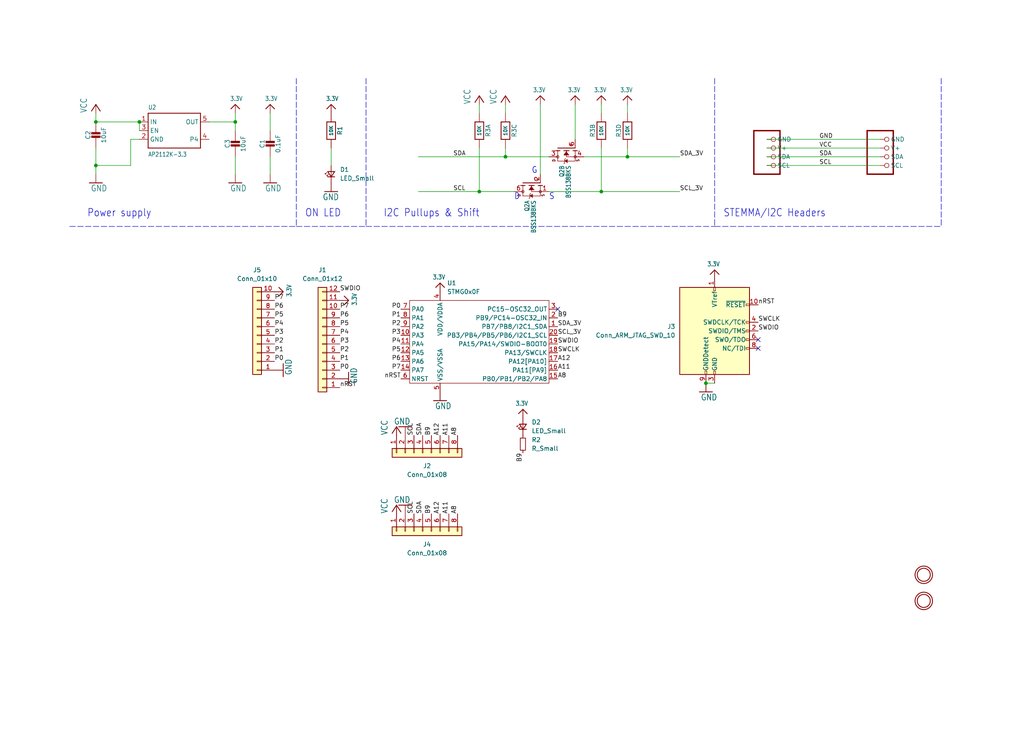
<source format=kicad_sch>
(kicad_sch (version 20211123) (generator eeschema)
  (paper "User" 298.45 217.881)
  (lib_symbols
    (symbol "Adafruit BH1750-eagle-import:3.3V" (power)
      (property "Value" "3.3V" (at -1.524 1.016 0))
      (symbol "3.3V_1_0"
        (polyline (pts (xy -1.27 -1.27) (xy 0 0)) (stroke (width 0.254)))
        (polyline (pts (xy 0 0) (xy 1.27 -1.27)) (stroke (width 0.254)))
        (pin power_in line (at 0 -2.54 90) (length 2.54) (name "3.3V") (number "1"))
      )
    )
    (symbol "Adafruit BH1750-eagle-import:CAP_CERAMIC0603_NO"
      (property "Reference" "C" (at -2.29 1.25 90))
      (property "Value" "CAP_CERAMIC0603_NO" (at 2.3 1.25 90))
      (symbol "CAP_CERAMIC0603_NO_1_0"
        (rectangle (start -1.27 0.508) (end 1.27 1.016) (fill (type outline)))
        (rectangle (start -1.27 1.524) (end 1.27 2.032) (fill (type outline)))
        (polyline (pts (xy 0 0.762) (xy 0 0)) (stroke (width 0.1524)))
        (polyline (pts (xy 0 2.54) (xy 0 1.778)) (stroke (width 0.1524)))
        (pin passive line (at 0 5.08 270) (length 2.54) (name "1") (number "1"))
        (pin passive line (at 0 -2.54 90) (length 2.54) (name "2") (number "2"))
      )
    )
    (symbol "Adafruit BH1750-eagle-import:CAP_CERAMIC0805-NOOUTLINE"
      (property "Reference" "C" (at -2.29 1.25 90))
      (property "Value" "CAP_CERAMIC0805-NOOUTLINE" (at 2.3 1.25 90))
      (symbol "CAP_CERAMIC0805-NOOUTLINE_1_0"
        (rectangle (start -1.27 0.508) (end 1.27 1.016) (fill (type outline)))
        (rectangle (start -1.27 1.524) (end 1.27 2.032) (fill (type outline)))
        (polyline (pts (xy 0 0.762) (xy 0 0)) (stroke (width 0.1524)))
        (polyline (pts (xy 0 2.54) (xy 0 1.778)) (stroke (width 0.1524)))
        (pin passive line (at 0 5.08 270) (length 2.54) (name "1") (number "1"))
        (pin passive line (at 0 -2.54 90) (length 2.54) (name "2") (number "2"))
      )
    )
    (symbol "Adafruit BH1750-eagle-import:GND" (power)
      (property "Value" "GND" (at -2.54 -2.54 0))
      (symbol "GND_1_0"
        (polyline (pts (xy -1.905 0) (xy 1.905 0)) (stroke (width 0.254)))
        (pin power_in line (at 0 2.54 270) (length 2.54) (name "GND") (number "1"))
      )
    )
    (symbol "Adafruit BH1750-eagle-import:MOSFET-N_DUAL"
      (property "Reference" "Q" (at 5.08 0.635 0))
      (property "Value" "MOSFET-N_DUAL" (at 5.08 -1.27 0))
      (symbol "MOSFET-N_DUAL_1_0"
        (polyline (pts (xy 0 2.54) (xy 0 -2.54)) (stroke (width 0.254)))
        (polyline (pts (xy 0.762 -2.54) (xy 0.762 -3.175)) (stroke (width 0.254)))
        (polyline (pts (xy 0.762 -1.905) (xy 0.762 -2.54)) (stroke (width 0.254)))
        (polyline (pts (xy 0.762 0) (xy 0.762 -0.762)) (stroke (width 0.254)))
        (polyline (pts (xy 0.762 0) (xy 2.54 0)) (stroke (width 0.1524)))
        (polyline (pts (xy 0.762 0.762) (xy 0.762 0)) (stroke (width 0.254)))
        (polyline (pts (xy 0.762 2.54) (xy 0.762 1.905)) (stroke (width 0.254)))
        (polyline (pts (xy 0.762 2.54) (xy 3.81 2.54)) (stroke (width 0.1524)))
        (polyline (pts (xy 0.762 3.175) (xy 0.762 2.54)) (stroke (width 0.254)))
        (polyline (pts (xy 2.54 -2.54) (xy 0.762 -2.54)) (stroke (width 0.1524)))
        (polyline (pts (xy 2.54 -2.54) (xy 3.81 -2.54)) (stroke (width 0.1524)))
        (polyline (pts (xy 2.54 0) (xy 2.54 -2.54)) (stroke (width 0.1524)))
        (polyline (pts (xy 3.302 0.508) (xy 3.048 0.254)) (stroke (width 0.1524)))
        (polyline (pts (xy 3.81 0.508) (xy 3.302 0.508)) (stroke (width 0.1524)))
        (polyline (pts (xy 3.81 0.508) (xy 3.81 -2.54)) (stroke (width 0.1524)))
        (polyline (pts (xy 3.81 2.54) (xy 3.81 0.508)) (stroke (width 0.1524)))
        (polyline (pts (xy 4.318 0.508) (xy 3.81 0.508)) (stroke (width 0.1524)))
        (polyline (pts (xy 4.572 0.762) (xy 4.318 0.508)) (stroke (width 0.1524)))
        (polyline (pts (xy 1.016 0) (xy 2.032 0.762) (xy 2.032 -0.762)) (fill (type outline)))
        (polyline (pts (xy 3.81 0.508) (xy 3.302 -0.254) (xy 4.318 -0.254)) (fill (type outline)))
        (circle (center 2.54 -2.54) (radius 0.3592))
        (circle (center 2.54 2.54) (radius 0.3592))
        (text "D" (at 3.175 3.175 0) (effects (font (size 0.8128 0.6908)) (justify left bottom)))
        (text "G" (at -1.27 -1.905 0) (effects (font (size 0.8128 0.6908)) (justify left bottom)))
        (text "S" (at 3.175 -3.81 0) (effects (font (size 0.8128 0.6908)) (justify left bottom)))
        (pin bidirectional line (at 2.54 -5.08 90) (length 2.54) (name "S") (number "1"))
        (pin bidirectional line (at -2.54 -2.54 0) (length 2.54) (name "G") (number "2"))
        (pin bidirectional line (at 2.54 5.08 270) (length 2.54) (name "D") (number "6"))
      )
      (symbol "MOSFET-N_DUAL_2_0"
        (polyline (pts (xy 0 2.54) (xy 0 -2.54)) (stroke (width 0.254)))
        (polyline (pts (xy 0.762 -2.54) (xy 0.762 -3.175)) (stroke (width 0.254)))
        (polyline (pts (xy 0.762 -1.905) (xy 0.762 -2.54)) (stroke (width 0.254)))
        (polyline (pts (xy 0.762 0) (xy 0.762 -0.762)) (stroke (width 0.254)))
        (polyline (pts (xy 0.762 0) (xy 2.54 0)) (stroke (width 0.1524)))
        (polyline (pts (xy 0.762 0.762) (xy 0.762 0)) (stroke (width 0.254)))
        (polyline (pts (xy 0.762 2.54) (xy 0.762 1.905)) (stroke (width 0.254)))
        (polyline (pts (xy 0.762 2.54) (xy 3.81 2.54)) (stroke (width 0.1524)))
        (polyline (pts (xy 0.762 3.175) (xy 0.762 2.54)) (stroke (width 0.254)))
        (polyline (pts (xy 2.54 -2.54) (xy 0.762 -2.54)) (stroke (width 0.1524)))
        (polyline (pts (xy 2.54 -2.54) (xy 3.81 -2.54)) (stroke (width 0.1524)))
        (polyline (pts (xy 2.54 0) (xy 2.54 -2.54)) (stroke (width 0.1524)))
        (polyline (pts (xy 3.302 0.508) (xy 3.048 0.254)) (stroke (width 0.1524)))
        (polyline (pts (xy 3.81 0.508) (xy 3.302 0.508)) (stroke (width 0.1524)))
        (polyline (pts (xy 3.81 0.508) (xy 3.81 -2.54)) (stroke (width 0.1524)))
        (polyline (pts (xy 3.81 2.54) (xy 3.81 0.508)) (stroke (width 0.1524)))
        (polyline (pts (xy 4.318 0.508) (xy 3.81 0.508)) (stroke (width 0.1524)))
        (polyline (pts (xy 4.572 0.762) (xy 4.318 0.508)) (stroke (width 0.1524)))
        (polyline (pts (xy 1.016 0) (xy 2.032 0.762) (xy 2.032 -0.762)) (fill (type outline)))
        (polyline (pts (xy 3.81 0.508) (xy 3.302 -0.254) (xy 4.318 -0.254)) (fill (type outline)))
        (circle (center 2.54 -2.54) (radius 0.3592))
        (circle (center 2.54 2.54) (radius 0.3592))
        (text "D" (at 3.175 3.175 0) (effects (font (size 0.8128 0.6908)) (justify left bottom)))
        (text "G" (at -1.27 -1.905 0) (effects (font (size 0.8128 0.6908)) (justify left bottom)))
        (text "S" (at 3.175 -3.81 0) (effects (font (size 0.8128 0.6908)) (justify left bottom)))
        (pin bidirectional line (at 2.54 5.08 270) (length 2.54) (name "D") (number "3"))
        (pin bidirectional line (at 2.54 -5.08 90) (length 2.54) (name "S") (number "4"))
        (pin bidirectional line (at -2.54 -2.54 0) (length 2.54) (name "G") (number "5"))
      )
    )
    (symbol "Adafruit BH1750-eagle-import:MOUNTINGHOLE2.5"
      (symbol "MOUNTINGHOLE2.5_1_0"
        (circle (center 0 0) (radius 1.905) (stroke (width 0.254)))
        (circle (center 0 0) (radius 2.54) (stroke (width 0.254)))
      )
    )
    (symbol "Adafruit BH1750-eagle-import:RESISTOR_0603_NOOUT"
      (property "Reference" "R" (at 0 2.54 0))
      (property "Value" "RESISTOR_0603_NOOUT" (at 0 0 0))
      (symbol "RESISTOR_0603_NOOUT_1_0"
        (polyline (pts (xy -2.54 -1.27) (xy -2.54 1.27)) (stroke (width 0.254)))
        (polyline (pts (xy -2.54 1.27) (xy 2.54 1.27)) (stroke (width 0.254)))
        (polyline (pts (xy 2.54 -1.27) (xy -2.54 -1.27)) (stroke (width 0.254)))
        (polyline (pts (xy 2.54 1.27) (xy 2.54 -1.27)) (stroke (width 0.254)))
        (pin passive line (at -5.08 0 0) (length 2.54) (name "1") (number "1"))
        (pin passive line (at 5.08 0 180) (length 2.54) (name "2") (number "2"))
      )
    )
    (symbol "Adafruit BH1750-eagle-import:RESISTOR_4PACK"
      (property "Reference" "R" (at 0 2.54 0))
      (property "Value" "RESISTOR_4PACK" (at 0 0 0))
      (symbol "RESISTOR_4PACK_1_0"
        (polyline (pts (xy -2.54 -1.27) (xy -2.54 1.27)) (stroke (width 0.254)))
        (polyline (pts (xy -2.54 1.27) (xy 2.54 1.27)) (stroke (width 0.254)))
        (polyline (pts (xy 2.54 -1.27) (xy -2.54 -1.27)) (stroke (width 0.254)))
        (polyline (pts (xy 2.54 1.27) (xy 2.54 -1.27)) (stroke (width 0.254)))
        (pin passive line (at -5.08 0 0) (length 2.54) (name "1") (number "1"))
        (pin passive line (at 5.08 0 180) (length 2.54) (name "2") (number "8"))
      )
      (symbol "RESISTOR_4PACK_2_0"
        (polyline (pts (xy -2.54 -1.27) (xy -2.54 1.27)) (stroke (width 0.254)))
        (polyline (pts (xy -2.54 1.27) (xy 2.54 1.27)) (stroke (width 0.254)))
        (polyline (pts (xy 2.54 -1.27) (xy -2.54 -1.27)) (stroke (width 0.254)))
        (polyline (pts (xy 2.54 1.27) (xy 2.54 -1.27)) (stroke (width 0.254)))
        (pin passive line (at -5.08 0 0) (length 2.54) (name "1") (number "2"))
        (pin passive line (at 5.08 0 180) (length 2.54) (name "2") (number "7"))
      )
      (symbol "RESISTOR_4PACK_3_0"
        (polyline (pts (xy -2.54 -1.27) (xy -2.54 1.27)) (stroke (width 0.254)))
        (polyline (pts (xy -2.54 1.27) (xy 2.54 1.27)) (stroke (width 0.254)))
        (polyline (pts (xy 2.54 -1.27) (xy -2.54 -1.27)) (stroke (width 0.254)))
        (polyline (pts (xy 2.54 1.27) (xy 2.54 -1.27)) (stroke (width 0.254)))
        (pin passive line (at -5.08 0 0) (length 2.54) (name "1") (number "3"))
        (pin passive line (at 5.08 0 180) (length 2.54) (name "2") (number "6"))
      )
      (symbol "RESISTOR_4PACK_4_0"
        (polyline (pts (xy -2.54 -1.27) (xy -2.54 1.27)) (stroke (width 0.254)))
        (polyline (pts (xy -2.54 1.27) (xy 2.54 1.27)) (stroke (width 0.254)))
        (polyline (pts (xy 2.54 -1.27) (xy -2.54 -1.27)) (stroke (width 0.254)))
        (polyline (pts (xy 2.54 1.27) (xy 2.54 -1.27)) (stroke (width 0.254)))
        (pin passive line (at -5.08 0 0) (length 2.54) (name "1") (number "4"))
        (pin passive line (at 5.08 0 180) (length 2.54) (name "2") (number "5"))
      )
    )
    (symbol "Adafruit BH1750-eagle-import:STEMMA_I2C_QT"
      (symbol "STEMMA_I2C_QT_1_0"
        (polyline (pts (xy -3.81 -5.08) (xy 3.81 -5.08)) (stroke (width 0.4064)))
        (polyline (pts (xy -3.81 7.62) (xy -3.81 -5.08)) (stroke (width 0.4064)))
        (polyline (pts (xy 3.81 -5.08) (xy 3.81 7.62)) (stroke (width 0.4064)))
        (polyline (pts (xy 3.81 7.62) (xy -3.81 7.62)) (stroke (width 0.4064)))
        (pin passive inverted (at 0 5.08 0) (length 2.54) (name "GND") (number "1"))
        (pin passive inverted (at 0 2.54 0) (length 2.54) (name "V+") (number "2"))
        (pin passive inverted (at 0 0 0) (length 2.54) (name "SDA") (number "3"))
        (pin passive inverted (at 0 -2.54 0) (length 2.54) (name "SCL") (number "4"))
      )
      (symbol "STEMMA_I2C_QT_2_0"
        (pin bidirectional line (at 0 0 0) (length 5.08) (name "MT") (number "MT1"))
      )
      (symbol "STEMMA_I2C_QT_3_0"
        (pin bidirectional line (at 0 0 0) (length 5.08) (name "MT") (number "MT2"))
      )
    )
    (symbol "Adafruit BH1750-eagle-import:VCC" (power)
      (property "Value" "VCC" (at -2.54 -2.54 90))
      (symbol "VCC_1_0"
        (polyline (pts (xy 0 0) (xy -1.27 -1.905)) (stroke (width 0.254)))
        (polyline (pts (xy 1.27 -1.905) (xy 0 0)) (stroke (width 0.254)))
        (pin power_in line (at 0 -2.54 90) (length 2.54) (name "VCC") (number "1"))
      )
    )
    (symbol "Adafruit BH1750-eagle-import:VREG_SOT23-5"
      (property "Reference" "U" (at -7.62 6.096 0))
      (property "Value" "VREG_SOT23-5" (at -7.62 -7.62 0))
      (symbol "VREG_SOT23-5_1_0"
        (polyline (pts (xy -7.62 -5.08) (xy -7.62 5.08)) (stroke (width 0.254)))
        (polyline (pts (xy -7.62 5.08) (xy 7.62 5.08)) (stroke (width 0.254)))
        (polyline (pts (xy 7.62 -5.08) (xy -7.62 -5.08)) (stroke (width 0.254)))
        (polyline (pts (xy 7.62 5.08) (xy 7.62 -5.08)) (stroke (width 0.254)))
        (pin power_in line (at -10.16 2.54 0) (length 2.54) (name "IN") (number "1"))
        (pin power_in line (at -10.16 -2.54 0) (length 2.54) (name "GND") (number "2"))
        (pin input line (at -10.16 0 0) (length 2.54) (name "EN") (number "3"))
        (pin bidirectional line (at 10.16 -2.54 180) (length 2.54) (name "P4") (number "4"))
        (pin power_in line (at 10.16 2.54 180) (length 2.54) (name "OUT") (number "5"))
      )
    )
    (symbol "Connector:Conn_ARM_JTAG_SWD_10" (pin_names (offset 1.016))
      (property "Reference" "J" (at -2.54 16.51 0))
      (property "Value" "Conn_ARM_JTAG_SWD_10" (at -2.54 13.97 0))
      (symbol "Conn_ARM_JTAG_SWD_10_0_1"
        (rectangle (start -10.16 12.7) (end 10.16 -12.7) (stroke (width 0.254)) (fill (type background)))
        (rectangle (start -2.794 -12.7) (end -2.286 -11.684))
        (rectangle (start -0.254 -12.7) (end 0.254 -11.684))
        (rectangle (start -0.254 12.7) (end 0.254 11.684))
        (rectangle (start 9.144 2.286) (end 10.16 2.794))
        (rectangle (start 10.16 -2.794) (end 9.144 -2.286))
        (rectangle (start 10.16 -0.254) (end 9.144 0.254))
        (rectangle (start 10.16 7.874) (end 9.144 7.366))
      )
      (symbol "Conn_ARM_JTAG_SWD_10_1_1"
        (rectangle (start 9.144 -5.334) (end 10.16 -4.826))
        (pin power_in line (at 0 15.24 270) (length 2.54) (name "VTref") (number "1"))
        (pin open_collector line (at 12.7 7.62 180) (length 2.54) (name "~{RESET}") (number "10"))
        (pin bidirectional line (at 12.7 0 180) (length 2.54) (name "SWDIO/TMS") (number "2"))
        (pin power_in line (at 0 -15.24 90) (length 2.54) (name "GND") (number "3"))
        (pin output line (at 12.7 2.54 180) (length 2.54) (name "SWDCLK/TCK") (number "4"))
        (pin passive line (at 0 -15.24 90) (length 2.54) hide (name "GND") (number "5"))
        (pin input line (at 12.7 -2.54 180) (length 2.54) (name "SWO/TDO") (number "6"))
        (pin no_connect line (at -10.16 0 0) (length 2.54) hide (name "KEY") (number "7"))
        (pin output line (at 12.7 -5.08 180) (length 2.54) (name "NC/TDI") (number "8"))
        (pin passive line (at -2.54 -15.24 90) (length 2.54) (name "GNDDetect") (number "9"))
      )
    )
    (symbol "Connector_Generic:Conn_01x08" (pin_names (offset 1.016) hide)
      (property "Reference" "J" (at 0 10.16 0))
      (property "Value" "Conn_01x08" (at 0 -12.7 0))
      (symbol "Conn_01x08_1_1"
        (rectangle (start -1.27 -10.033) (end 0 -10.287) (stroke (width 0.1524)))
        (rectangle (start -1.27 -7.493) (end 0 -7.747) (stroke (width 0.1524)))
        (rectangle (start -1.27 -4.953) (end 0 -5.207) (stroke (width 0.1524)))
        (rectangle (start -1.27 -2.413) (end 0 -2.667) (stroke (width 0.1524)))
        (rectangle (start -1.27 0.127) (end 0 -0.127) (stroke (width 0.1524)))
        (rectangle (start -1.27 2.667) (end 0 2.413) (stroke (width 0.1524)))
        (rectangle (start -1.27 5.207) (end 0 4.953) (stroke (width 0.1524)))
        (rectangle (start -1.27 7.747) (end 0 7.493) (stroke (width 0.1524)))
        (rectangle (start -1.27 8.89) (end 1.27 -11.43) (stroke (width 0.254)) (fill (type background)))
        (pin passive line (at -5.08 7.62 0) (length 3.81) (name "Pin_1") (number "1"))
        (pin passive line (at -5.08 5.08 0) (length 3.81) (name "Pin_2") (number "2"))
        (pin passive line (at -5.08 2.54 0) (length 3.81) (name "Pin_3") (number "3"))
        (pin passive line (at -5.08 0 0) (length 3.81) (name "Pin_4") (number "4"))
        (pin passive line (at -5.08 -2.54 0) (length 3.81) (name "Pin_5") (number "5"))
        (pin passive line (at -5.08 -5.08 0) (length 3.81) (name "Pin_6") (number "6"))
        (pin passive line (at -5.08 -7.62 0) (length 3.81) (name "Pin_7") (number "7"))
        (pin passive line (at -5.08 -10.16 0) (length 3.81) (name "Pin_8") (number "8"))
      )
    )
    (symbol "Connector_Generic:Conn_01x10" (pin_names (offset 1.016) hide)
      (property "Reference" "J" (at 0 12.7 0))
      (property "Value" "Conn_01x10" (at 0 -15.24 0))
      (symbol "Conn_01x10_1_1"
        (rectangle (start -1.27 -12.573) (end 0 -12.827) (stroke (width 0.1524)))
        (rectangle (start -1.27 -10.033) (end 0 -10.287) (stroke (width 0.1524)))
        (rectangle (start -1.27 -7.493) (end 0 -7.747) (stroke (width 0.1524)))
        (rectangle (start -1.27 -4.953) (end 0 -5.207) (stroke (width 0.1524)))
        (rectangle (start -1.27 -2.413) (end 0 -2.667) (stroke (width 0.1524)))
        (rectangle (start -1.27 0.127) (end 0 -0.127) (stroke (width 0.1524)))
        (rectangle (start -1.27 2.667) (end 0 2.413) (stroke (width 0.1524)))
        (rectangle (start -1.27 5.207) (end 0 4.953) (stroke (width 0.1524)))
        (rectangle (start -1.27 7.747) (end 0 7.493) (stroke (width 0.1524)))
        (rectangle (start -1.27 10.287) (end 0 10.033) (stroke (width 0.1524)))
        (rectangle (start -1.27 11.43) (end 1.27 -13.97) (stroke (width 0.254)) (fill (type background)))
        (pin passive line (at -5.08 10.16 0) (length 3.81) (name "Pin_1") (number "1"))
        (pin passive line (at -5.08 -12.7 0) (length 3.81) (name "Pin_10") (number "10"))
        (pin passive line (at -5.08 7.62 0) (length 3.81) (name "Pin_2") (number "2"))
        (pin passive line (at -5.08 5.08 0) (length 3.81) (name "Pin_3") (number "3"))
        (pin passive line (at -5.08 2.54 0) (length 3.81) (name "Pin_4") (number "4"))
        (pin passive line (at -5.08 0 0) (length 3.81) (name "Pin_5") (number "5"))
        (pin passive line (at -5.08 -2.54 0) (length 3.81) (name "Pin_6") (number "6"))
        (pin passive line (at -5.08 -5.08 0) (length 3.81) (name "Pin_7") (number "7"))
        (pin passive line (at -5.08 -7.62 0) (length 3.81) (name "Pin_8") (number "8"))
        (pin passive line (at -5.08 -10.16 0) (length 3.81) (name "Pin_9") (number "9"))
      )
    )
    (symbol "Connector_Generic:Conn_01x12" (pin_names (offset 1.016) hide)
      (property "Reference" "J" (at 0 15.24 0))
      (property "Value" "Conn_01x12" (at 0 -17.78 0))
      (symbol "Conn_01x12_1_1"
        (rectangle (start -1.27 -15.113) (end 0 -15.367) (stroke (width 0.1524)))
        (rectangle (start -1.27 -12.573) (end 0 -12.827) (stroke (width 0.1524)))
        (rectangle (start -1.27 -10.033) (end 0 -10.287) (stroke (width 0.1524)))
        (rectangle (start -1.27 -7.493) (end 0 -7.747) (stroke (width 0.1524)))
        (rectangle (start -1.27 -4.953) (end 0 -5.207) (stroke (width 0.1524)))
        (rectangle (start -1.27 -2.413) (end 0 -2.667) (stroke (width 0.1524)))
        (rectangle (start -1.27 0.127) (end 0 -0.127) (stroke (width 0.1524)))
        (rectangle (start -1.27 2.667) (end 0 2.413) (stroke (width 0.1524)))
        (rectangle (start -1.27 5.207) (end 0 4.953) (stroke (width 0.1524)))
        (rectangle (start -1.27 7.747) (end 0 7.493) (stroke (width 0.1524)))
        (rectangle (start -1.27 10.287) (end 0 10.033) (stroke (width 0.1524)))
        (rectangle (start -1.27 12.827) (end 0 12.573) (stroke (width 0.1524)))
        (rectangle (start -1.27 13.97) (end 1.27 -16.51) (stroke (width 0.254)) (fill (type background)))
        (pin passive line (at -5.08 12.7 0) (length 3.81) (name "Pin_1") (number "1"))
        (pin passive line (at -5.08 -10.16 0) (length 3.81) (name "Pin_10") (number "10"))
        (pin passive line (at -5.08 -12.7 0) (length 3.81) (name "Pin_11") (number "11"))
        (pin passive line (at -5.08 -15.24 0) (length 3.81) (name "Pin_12") (number "12"))
        (pin passive line (at -5.08 10.16 0) (length 3.81) (name "Pin_2") (number "2"))
        (pin passive line (at -5.08 7.62 0) (length 3.81) (name "Pin_3") (number "3"))
        (pin passive line (at -5.08 5.08 0) (length 3.81) (name "Pin_4") (number "4"))
        (pin passive line (at -5.08 2.54 0) (length 3.81) (name "Pin_5") (number "5"))
        (pin passive line (at -5.08 0 0) (length 3.81) (name "Pin_6") (number "6"))
        (pin passive line (at -5.08 -2.54 0) (length 3.81) (name "Pin_7") (number "7"))
        (pin passive line (at -5.08 -5.08 0) (length 3.81) (name "Pin_8") (number "8"))
        (pin passive line (at -5.08 -7.62 0) (length 3.81) (name "Pin_9") (number "9"))
      )
    )
    (symbol "Device:LED_Small" (pin_numbers hide) (pin_names (offset 0.254) hide)
      (property "Reference" "D" (at -1.27 3.175 0))
      (property "Value" "LED_Small" (at -4.445 -2.54 0))
      (symbol "LED_Small_0_1"
        (polyline (pts (xy -0.762 -1.016) (xy -0.762 1.016)) (stroke (width 0.254)))
        (polyline (pts (xy 1.016 0) (xy -0.762 0)))
        (polyline (pts (xy 0.762 -1.016) (xy -0.762 0) (xy 0.762 1.016) (xy 0.762 -1.016)) (stroke (width 0.254)))
        (polyline (pts (xy 0 0.762) (xy -0.508 1.27) (xy -0.254 1.27) (xy -0.508 1.27) (xy -0.508 1.016)))
        (polyline (pts (xy 0.508 1.27) (xy 0 1.778) (xy 0.254 1.778) (xy 0 1.778) (xy 0 1.524)))
      )
      (symbol "LED_Small_1_1"
        (pin passive line (at -2.54 0 0) (length 1.778) (name "K") (number "1"))
        (pin passive line (at 2.54 0 180) (length 1.778) (name "A") (number "2"))
      )
    )
    (symbol "Device:R_Small" (pin_numbers hide) (pin_names (offset 0.254) hide)
      (property "Reference" "R" (at 0.762 0.508 0))
      (property "Value" "R_Small" (at 0.762 -1.016 0))
      (symbol "R_Small_0_1"
        (rectangle (start -0.762 1.778) (end 0.762 -1.778) (stroke (width 0.2032)))
      )
      (symbol "R_Small_1_1"
        (pin passive line (at 0 2.54 270) (length 0.762) (name "~") (number "1"))
        (pin passive line (at 0 -2.54 90) (length 0.762) (name "~") (number "2"))
      )
    )
    (symbol "STM32G0xxFx:STMG0x0F"
      (property "Reference" "U" (at -13.97 7.62 0))
      (property "Value" "STMG0x0F" (at -13.97 10.16 0))
      (symbol "STMG0x0F_0_1"
        (rectangle (start -29.21 26.67) (end 11.43 2.54))
      )
      (symbol "STMG0x0F_1_1"
        (pin bidirectional line (at 13.97 19.05 180) (length 2.54) (name "PB7/PB8/I2C1_SDA") (number "1"))
        (pin bidirectional line (at -31.75 16.51 0) (length 2.54) (name "PA3") (number "10"))
        (pin bidirectional line (at -31.75 13.97 0) (length 2.54) (name "PA4") (number "11"))
        (pin bidirectional line (at -31.75 11.43 0) (length 2.54) (name "PA5") (number "12"))
        (pin bidirectional line (at -31.75 8.89 0) (length 2.54) (name "PA6") (number "13"))
        (pin bidirectional line (at -31.75 6.35 0) (length 2.54) (name "PA7") (number "14"))
        (pin bidirectional line (at 13.97 3.81 180) (length 2.54) (name "PB0/PB1/PB2/PA8") (number "15"))
        (pin bidirectional line (at 13.97 6.35 180) (length 2.54) (name "PA11[PA9]") (number "16"))
        (pin bidirectional line (at 13.97 8.89 180) (length 2.54) (name "PA12[PA10]") (number "17"))
        (pin bidirectional line (at 13.97 11.43 180) (length 2.54) (name "PA13/SWCLK") (number "18"))
        (pin bidirectional line (at 13.97 13.97 180) (length 2.54) (name "PA15/PA14/SWDIO-BOOT0") (number "19"))
        (pin bidirectional line (at 13.97 21.59 180) (length 2.54) (name "PB9/PC14-OSC32_IN") (number "2"))
        (pin bidirectional line (at 13.97 16.51 180) (length 2.54) (name "PB3/PB4/PB5/PB6/I2C1_SCL") (number "20"))
        (pin bidirectional line (at 13.97 24.13 180) (length 2.54) (name "PC15-OSC32_OUT") (number "3"))
        (pin power_in line (at -20.32 29.21 270) (length 2.54) (name "VDD/VDDA") (number "4"))
        (pin power_in line (at -20.32 0 90) (length 2.54) (name "VSS/VSSA") (number "5"))
        (pin input line (at -31.75 3.81 0) (length 2.54) (name "NRST") (number "6"))
        (pin bidirectional line (at -31.75 24.13 0) (length 2.54) (name "PA0") (number "7"))
        (pin bidirectional line (at -31.75 21.59 0) (length 2.54) (name "PA1") (number "8"))
        (pin bidirectional line (at -31.75 19.05 0) (length 2.54) (name "PA2") (number "9"))
      )
    )
  )
  (junction (at 139.7 55.88))
  (junction (at 27.94 48.26))
  (junction (at 175.26 55.88))
  (junction (at 68.58 35.56))
  (junction (at 147.32 45.72))
  (junction (at 205.74 111.76))
  (junction (at 182.88 45.72))
  (junction (at 27.94 35.56))
  (junction (at 40.64 35.56))
  (no_connect (at 162.56 90.17))
  (no_connect (at 220.98 101.6))
  (no_connect (at 220.98 99.06))
  (wire (pts (xy 78.74 33.02) (xy 78.74 38.1)))
  (wire (pts (xy 27.94 48.26) (xy 27.94 43.18)))
  (wire (pts (xy 182.88 33.02) (xy 182.88 30.48)))
  (wire (pts (xy 68.58 35.56) (xy 68.58 38.1)))
  (wire (pts (xy 147.32 43.18) (xy 147.32 45.72)))
  (wire (pts (xy 256.54 40.64) (xy 223.52 40.64)))
  (wire (pts (xy 147.32 45.72) (xy 121.92 45.72)))
  (wire (pts (xy 38.1 48.26) (xy 27.94 48.26)))
  (wire (pts (xy 96.52 43.18) (xy 96.52 48.26)))
  (wire (pts (xy 68.58 45.72) (xy 68.58 50.8)))
  (wire (pts (xy 139.7 55.88) (xy 121.92 55.88)))
  (wire (pts (xy 223.52 48.26) (xy 256.54 48.26)))
  (wire (pts (xy 175.26 43.18) (xy 175.26 55.88)))
  (wire (pts (xy 139.7 30.48) (xy 139.7 33.02)))
  (polyline (pts (xy 208.28 66.04) (xy 274.32 66.04)))
  (wire (pts (xy 60.96 35.56) (xy 68.58 35.56)))
  (wire (pts (xy 160.02 55.88) (xy 175.26 55.88)))
  (polyline (pts (xy 106.68 66.04) (xy 208.28 66.04)))
  (wire (pts (xy 182.88 43.18) (xy 182.88 45.72)))
  (wire (pts (xy 170.18 45.72) (xy 182.88 45.72)))
  (polyline (pts (xy 86.36 22.86) (xy 86.36 66.04)))
  (polyline (pts (xy 20.32 66.04) (xy 86.36 66.04)))
  (wire (pts (xy 167.64 40.64) (xy 167.64 30.48)))
  (polyline (pts (xy 208.28 22.86) (xy 208.28 66.04)))
  (wire (pts (xy 223.52 43.18) (xy 256.54 43.18)))
  (wire (pts (xy 157.48 50.8) (xy 157.48 30.48)))
  (wire (pts (xy 139.7 43.18) (xy 139.7 55.88)))
  (wire (pts (xy 175.26 33.02) (xy 175.26 30.48)))
  (wire (pts (xy 175.26 55.88) (xy 198.12 55.88)))
  (wire (pts (xy 40.64 40.64) (xy 38.1 40.64)))
  (wire (pts (xy 256.54 45.72) (xy 223.52 45.72)))
  (wire (pts (xy 78.74 45.72) (xy 78.74 50.8)))
  (wire (pts (xy 38.1 40.64) (xy 38.1 48.26)))
  (polyline (pts (xy 274.32 22.86) (xy 274.32 66.04)))
  (polyline (pts (xy 86.36 66.04) (xy 106.68 66.04)))
  (wire (pts (xy 27.94 33.02) (xy 27.94 35.56)))
  (wire (pts (xy 147.32 33.02) (xy 147.32 30.48)))
  (wire (pts (xy 40.64 38.1) (xy 40.64 35.56)))
  (wire (pts (xy 149.86 55.88) (xy 139.7 55.88)))
  (wire (pts (xy 27.94 48.26) (xy 27.94 50.8)))
  (wire (pts (xy 205.74 111.76) (xy 208.28 111.76)))
  (wire (pts (xy 182.88 45.72) (xy 198.12 45.72)))
  (wire (pts (xy 40.64 35.56) (xy 27.94 35.56)))
  (wire (pts (xy 68.58 35.56) (xy 68.58 33.02)))
  (wire (pts (xy 160.02 45.72) (xy 147.32 45.72)))
  (polyline (pts (xy 106.68 22.86) (xy 106.68 66.04)))
  (text "ON LED" (at 88.9 63.5 180) (effects (font (size 2.1844 1.8567)) (justify left bottom)))
  (text "D" (at 149.86 58.42 180) (effects (font (size 1.778 1.5113)) (justify left bottom)))
  (text "STEMMA/I2C Headers" (at 210.82 63.5 180) (effects (font (size 2.1844 1.8567)) (justify left bottom)))
  (text "I2C Pullups & Shift" (at 111.76 63.5 180) (effects (font (size 2.1844 1.8567)) (justify left bottom)))
  (text "S" (at 160.02 58.42 180) (effects (font (size 1.778 1.5113)) (justify left bottom)))
  (text "Power supply" (at 25.4 63.5 180) (effects (font (size 2.1844 1.8567)) (justify left bottom)))
  (text "G" (at 154.94 50.8 180) (effects (font (size 1.778 1.5113)) (justify left bottom)))
  (label "SCL" (at 120.65 127 90))
  (label "SDA" (at 238.76 45.72 0) (effects (font (size 1.2446 1.2446))))
  (label "P5" (at 80.01 92.71 0))
  (label "SDA" (at 123.19 149.86 90))
  (label "SWCLK" (at 162.56 102.87 0))
  (label "nRST" (at 220.98 88.9 0))
  (label "SCL_3V" (at 198.12 55.88 0) (effects (font (size 1.2446 1.2446))))
  (label "P4" (at 99.06 97.79 0))
  (label "P7" (at 80.01 87.63 0))
  (label "nRST" (at 116.84 110.49 180))
  (label "SWDIO" (at 162.56 100.33 0))
  (label "SWDIO" (at 220.98 96.52 0))
  (label "A12" (at 162.56 105.41 0))
  (label "SWCLK" (at 220.98 93.98 0))
  (label "SCL_3V" (at 162.56 97.79 0) (effects (font (size 1.2446 1.2446))))
  (label "A11" (at 162.56 107.95 0))
  (label "P3" (at 116.84 97.79 180))
  (label "P4" (at 116.84 100.33 180))
  (label "A11" (at 130.81 127 90))
  (label "B9" (at 125.73 127 90))
  (label "A12" (at 128.27 149.86 90))
  (label "P1" (at 80.01 102.87 0))
  (label "SDA" (at 123.19 127 90))
  (label "A8" (at 133.35 149.86 90))
  (label "P3" (at 80.01 97.79 0))
  (label "P0" (at 99.06 107.95 0))
  (label "A8" (at 162.56 110.49 0))
  (label "P6" (at 116.84 105.41 180))
  (label "P0" (at 116.84 90.17 180))
  (label "SWDIO" (at 99.06 85.09 0))
  (label "A11" (at 130.81 149.86 90))
  (label "P2" (at 116.84 95.25 180))
  (label "A12" (at 128.27 127 90))
  (label "GND" (at 238.76 40.64 0) (effects (font (size 1.2446 1.2446))))
  (label "SDA_3V" (at 198.12 45.72 0) (effects (font (size 1.2446 1.2446))))
  (label "P3" (at 99.06 100.33 0))
  (label "VCC" (at 238.76 43.18 0) (effects (font (size 1.2446 1.2446))))
  (label "P2" (at 80.01 100.33 0))
  (label "P7" (at 99.06 90.17 0))
  (label "P5" (at 116.84 102.87 180))
  (label "P0" (at 80.01 105.41 0))
  (label "P7" (at 116.84 107.95 180))
  (label "P1" (at 99.06 105.41 0))
  (label "SCL" (at 120.65 149.86 90))
  (label "SCL" (at 132.08 55.88 0) (effects (font (size 1.2446 1.2446))))
  (label "B9" (at 162.56 92.71 0))
  (label "P4" (at 80.01 95.25 0))
  (label "B9" (at 125.73 149.86 90))
  (label "SCL" (at 238.76 48.26 0) (effects (font (size 1.2446 1.2446))))
  (label "P5" (at 99.06 95.25 0))
  (label "SDA_3V" (at 162.56 95.25 0) (effects (font (size 1.2446 1.2446))))
  (label "P1" (at 116.84 92.71 180))
  (label "P2" (at 99.06 102.87 0))
  (label "nRST" (at 99.06 113.03 0))
  (label "P6" (at 80.01 90.17 0))
  (label "SDA" (at 132.08 45.72 0) (effects (font (size 1.2446 1.2446))))
  (label "P6" (at 99.06 92.71 0))
  (label "A8" (at 133.35 127 90))
  (label "B9" (at 152.4 132.08 270))
  (symbol (lib_id "Adafruit BH1750-eagle-import:3.3V") (at 157.48 27.94 0) (mirror y) (unit 1)
    (property "Reference" "#U$026" (effects hide))
    (property "Value" "3.3V" (at 159.004 26.924 0) (effects (font (size 1.27 1.0795)) (justify left bottom)))
    (property "Footprint" "Adafruit BH1750:" (effects hide))
  )
  (symbol (lib_id "Connector_Generic:Conn_01x08") (at 123.19 132.08 90) (mirror x) (unit 1)
    (property "Reference" "J2" (at 124.46 135.89 90))
    (property "Value" "Conn_01x08" (at 124.46 138.43 90))
    (property "Footprint" "Connector_PinHeader_2.54mm:PinHeader_1x08_P2.54mm_Vertical" (effects hide))
  )
  (symbol (lib_id "Adafruit BH1750-eagle-import:3.3V") (at 152.4 119.38 0) (mirror y) (unit 1)
    (property "Reference" "#U$010" (effects hide))
    (property "Value" "3.3V" (at 153.924 118.364 0) (effects (font (size 1.27 1.0795)) (justify left bottom)))
    (property "Footprint" "Adafruit BH1750:" (effects hide))
  )
  (symbol (lib_id "Adafruit BH1750-eagle-import:RESISTOR_4PACK") (at 147.32 38.1 270) (unit 3)
    (property "Reference" "R3" (at 149.86 38.1 0))
    (property "Value" "10K" (at 147.32 38.1 0) (effects (font (size 1.016 1.016) bold)))
    (property "Footprint" "Resistor_SMD:R_Array_Convex_4x0603" (effects hide))
  )
  (symbol (lib_id "STM32G0xxFx:STMG0x0F") (at 148.59 114.3 0) (unit 1)
    (property "Reference" "U1" (at 130.2894 82.55 0) (effects (justify left)))
    (property "Value" "STMG0x0F" (at 130.2894 85.09 0) (effects (justify left)))
    (property "Footprint" "Package_SO:TSSOP-20_4.4x6.5mm_P0.65mm" (effects hide))
  )
  (symbol (lib_id "Adafruit BH1750-eagle-import:GND") (at 27.94 53.34 0) (unit 1)
    (property "Reference" "#U$013" (effects hide))
    (property "Value" "GND" (at 26.416 55.88 0) (effects (font (size 1.778 1.5113)) (justify left bottom)))
    (property "Footprint" "Adafruit BH1750:" (effects hide))
  )
  (symbol (lib_id "Adafruit BH1750-eagle-import:GND") (at 205.74 114.3 0) (unit 1)
    (property "Reference" "#U$011" (effects hide))
    (property "Value" "GND" (at 204.216 116.84 0) (effects (font (size 1.778 1.5113)) (justify left bottom)))
    (property "Footprint" "Adafruit BH1750:" (effects hide))
  )
  (symbol (lib_id "Adafruit BH1750-eagle-import:GND") (at 78.74 53.34 0) (unit 1)
    (property "Reference" "#U$06" (effects hide))
    (property "Value" "GND" (at 77.216 55.88 0) (effects (font (size 1.778 1.5113)) (justify left bottom)))
    (property "Footprint" "Adafruit BH1750:" (effects hide))
  )
  (symbol (lib_id "Connector:Conn_ARM_JTAG_SWD_10") (at 208.28 96.52 0) (unit 1)
    (property "Reference" "J3" (at 196.85 95.2499 0) (effects (justify right)))
    (property "Value" "Conn_ARM_JTAG_SWD_10" (at 196.85 97.7899 0) (effects (justify right)))
    (property "Footprint" "Connector_PinHeader_1.27mm:PinHeader_2x05_P1.27mm_Vertical_SMD" (effects hide))
    (property "Datasheet" "http://infocenter.arm.com/help/topic/com.arm.doc.ddi0314h/DDI0314H_coresight_components_trm.pdf" (effects hide))
  )
  (symbol (lib_id "Adafruit BH1750-eagle-import:MOUNTINGHOLE2.5") (at 269.24 167.64 0) (unit 1)
    (property "Reference" "U$19" (effects hide))
    (property "Value" "MOUNTINGHOLE2.5" (effects hide))
    (property "Footprint" "Adafruit BH1750:MOUNTINGHOLE_2.5_PLATED" (effects hide))
  )
  (symbol (lib_id "Adafruit BH1750-eagle-import:3.3V") (at 78.74 30.48 0) (unit 1)
    (property "Reference" "#U$014" (effects hide))
    (property "Value" "3.3V" (at 77.216 29.464 0) (effects (font (size 1.27 1.0795)) (justify left bottom)))
    (property "Footprint" "Adafruit BH1750:" (effects hide))
  )
  (symbol (lib_id "Adafruit BH1750-eagle-import:GND") (at 68.58 53.34 0) (unit 1)
    (property "Reference" "#U$05" (effects hide))
    (property "Value" "GND" (at 67.056 55.88 0) (effects (font (size 1.778 1.5113)) (justify left bottom)))
    (property "Footprint" "Adafruit BH1750:" (effects hide))
  )
  (symbol (lib_id "Adafruit BH1750-eagle-import:VCC") (at 115.57 147.32 0) (unit 1)
    (property "Reference" "#P+05" (effects hide))
    (property "Value" "VCC" (at 113.03 149.86 90) (effects (font (size 1.778 1.5113)) (justify left bottom)))
    (property "Footprint" "Adafruit BH1750:" (effects hide))
  )
  (symbol (lib_id "Adafruit BH1750-eagle-import:3.3V") (at 68.58 30.48 0) (unit 1)
    (property "Reference" "#U$015" (effects hide))
    (property "Value" "3.3V" (at 67.056 29.464 0) (effects (font (size 1.27 1.0795)) (justify left bottom)))
    (property "Footprint" "Adafruit BH1750:" (effects hide))
  )
  (symbol (lib_id "Adafruit BH1750-eagle-import:3.3V") (at 208.28 78.74 0) (mirror y) (unit 1)
    (property "Reference" "#U$012" (effects hide))
    (property "Value" "3.3V" (at 209.804 77.724 0) (effects (font (size 1.27 1.0795)) (justify left bottom)))
    (property "Footprint" "Adafruit BH1750:" (effects hide))
  )
  (symbol (lib_id "Adafruit BH1750-eagle-import:VCC") (at 27.94 30.48 0) (unit 1)
    (property "Reference" "#P+03" (effects hide))
    (property "Value" "VCC" (at 25.4 33.02 90) (effects (font (size 1.778 1.5113)) (justify left bottom)))
    (property "Footprint" "Adafruit BH1750:" (effects hide))
  )
  (symbol (lib_id "Adafruit BH1750-eagle-import:VREG_SOT23-5") (at 50.8 38.1 0) (unit 1)
    (property "Reference" "U2" (at 43.18 32.004 0) (effects (font (size 1.27 1.0795)) (justify left bottom)))
    (property "Value" "AP2112K-3.3" (at 43.18 45.72 0) (effects (font (size 1.27 1.0795)) (justify left bottom)))
    (property "Footprint" "Package_TO_SOT_SMD:TSOT-23-5" (effects hide))
  )
  (symbol (lib_id "Adafruit BH1750-eagle-import:GND") (at 101.6 110.49 90) (unit 1)
    (property "Reference" "#U$02" (effects hide))
    (property "Value" "GND" (at 104.14 112.014 0) (effects (font (size 1.778 1.5113)) (justify left bottom)))
    (property "Footprint" "Adafruit BH1750:" (effects hide))
  )
  (symbol (lib_id "Adafruit BH1750-eagle-import:GND") (at 118.11 147.32 180) (unit 1)
    (property "Reference" "#U$016" (effects hide))
    (property "Value" "GND" (at 119.634 144.78 0) (effects (font (size 1.778 1.5113)) (justify left bottom)))
    (property "Footprint" "Adafruit BH1750:" (effects hide))
  )
  (symbol (lib_id "Adafruit BH1750-eagle-import:MOSFET-N_DUAL") (at 154.94 53.34 90) (mirror x) (unit 1)
    (property "Reference" "Q2" (at 154.305 58.42 0) (effects (font (size 1.27 1.0795)) (justify left bottom)))
    (property "Value" "BSS138BKS" (at 156.21 58.42 0) (effects (font (size 1.27 1.0795)) (justify left bottom)))
    (property "Footprint" "Adafruit BH1750:SOT363" (effects hide))
  )
  (symbol (lib_id "Connector_Generic:Conn_01x08") (at 123.19 154.94 90) (mirror x) (unit 1)
    (property "Reference" "J4" (at 124.46 158.75 90))
    (property "Value" "Conn_01x08" (at 124.46 161.29 90))
    (property "Footprint" "Connector_PinHeader_2.54mm:PinHeader_1x08_P2.54mm_Vertical" (effects hide))
  )
  (symbol (lib_id "Adafruit BH1750-eagle-import:MOSFET-N_DUAL") (at 165.1 43.18 90) (mirror x) (unit 2)
    (property "Reference" "Q2" (at 164.465 48.26 0) (effects (font (size 1.27 1.0795)) (justify left bottom)))
    (property "Value" "BSS138BKS" (at 166.37 48.26 0) (effects (font (size 1.27 1.0795)) (justify left bottom)))
    (property "Footprint" "Adafruit BH1750:SOT363" (effects hide))
  )
  (symbol (lib_id "Connector_Generic:Conn_01x10") (at 74.93 97.79 180) (unit 1)
    (property "Reference" "J5" (at 74.93 78.74 0))
    (property "Value" "Conn_01x10" (at 74.93 81.28 0))
    (property "Footprint" "Connector_PinHeader_2.54mm:PinHeader_1x10_P2.54mm_Vertical" (effects hide))
  )
  (symbol (lib_id "Adafruit BH1750-eagle-import:VCC") (at 139.7 27.94 0) (unit 1)
    (property "Reference" "#P+01" (effects hide))
    (property "Value" "VCC" (at 137.16 30.48 90) (effects (font (size 1.778 1.5113)) (justify left bottom)))
    (property "Footprint" "Adafruit BH1750:" (effects hide))
  )
  (symbol (lib_id "Adafruit BH1750-eagle-import:MOUNTINGHOLE2.5") (at 269.24 175.26 0) (unit 1)
    (property "Reference" "U$21" (effects hide))
    (property "Value" "MOUNTINGHOLE2.5" (effects hide))
    (property "Footprint" "Adafruit BH1750:MOUNTINGHOLE_2.5_PLATED" (effects hide))
  )
  (symbol (lib_id "Adafruit BH1750-eagle-import:3.3V") (at 182.88 27.94 0) (mirror y) (unit 1)
    (property "Reference" "#U$07" (effects hide))
    (property "Value" "3.3V" (at 184.404 26.924 0) (effects (font (size 1.27 1.0795)) (justify left bottom)))
    (property "Footprint" "Adafruit BH1750:" (effects hide))
  )
  (symbol (lib_id "Adafruit BH1750-eagle-import:CAP_CERAMIC0805-NOOUTLINE") (at 27.94 40.64 0) (unit 1)
    (property "Reference" "C2" (at 25.65 39.39 90))
    (property "Value" "10uF" (at 30.24 39.39 90))
    (property "Footprint" "Adafruit BH1750:0805-NO" (effects hide))
  )
  (symbol (lib_id "Adafruit BH1750-eagle-import:3.3V") (at 128.27 82.55 0) (mirror y) (unit 1)
    (property "Reference" "#U$04" (effects hide))
    (property "Value" "3.3V" (at 129.794 81.534 0) (effects (font (size 1.27 1.0795)) (justify left bottom)))
    (property "Footprint" "Adafruit BH1750:" (effects hide))
  )
  (symbol (lib_id "Device:LED_Small") (at 152.4 124.46 90) (unit 1)
    (property "Reference" "D2" (at 154.94 123.1264 90) (effects (justify right)))
    (property "Value" "LED_Small" (at 154.94 125.6664 90) (effects (justify right)))
    (property "Footprint" "LED_SMD:LED_0603_1608Metric" (effects hide))
  )
  (symbol (lib_id "Adafruit BH1750-eagle-import:3.3V") (at 96.52 30.48 0) (unit 1)
    (property "Reference" "#U$03" (effects hide))
    (property "Value" "3.3V" (at 94.996 29.464 0) (effects (font (size 1.27 1.0795)) (justify left bottom)))
    (property "Footprint" "Adafruit BH1750:" (effects hide))
  )
  (symbol (lib_id "Device:R_Small") (at 152.4 129.54 0) (unit 1)
    (property "Reference" "R2" (at 154.94 128.2699 0) (effects (justify left)))
    (property "Value" "R_Small" (at 154.94 130.8099 0) (effects (justify left)))
    (property "Footprint" "Resistor_SMD:R_0603_1608Metric" (effects hide))
  )
  (symbol (lib_id "Adafruit BH1750-eagle-import:VCC") (at 115.57 124.46 0) (unit 1)
    (property "Reference" "#P+04" (effects hide))
    (property "Value" "VCC" (at 113.03 127 90) (effects (font (size 1.778 1.5113)) (justify left bottom)))
    (property "Footprint" "Adafruit BH1750:" (effects hide))
  )
  (symbol (lib_id "Adafruit BH1750-eagle-import:3.3V") (at 101.6 87.63 270) (mirror x) (unit 1)
    (property "Reference" "#U$01" (effects hide))
    (property "Value" "3.3V" (at 102.616 89.154 0) (effects (font (size 1.27 1.0795)) (justify left bottom)))
    (property "Footprint" "Adafruit BH1750:" (effects hide))
  )
  (symbol (lib_id "Adafruit BH1750-eagle-import:CAP_CERAMIC0805-NOOUTLINE") (at 68.58 43.18 0) (unit 1)
    (property "Reference" "C3" (at 66.29 41.93 90))
    (property "Value" "10uF" (at 70.88 41.93 90))
    (property "Footprint" "Adafruit BH1750:0805-NO" (effects hide))
  )
  (symbol (lib_id "Adafruit BH1750-eagle-import:VCC") (at 147.32 27.94 0) (unit 1)
    (property "Reference" "#P+02" (effects hide))
    (property "Value" "VCC" (at 144.78 30.48 90) (effects (font (size 1.778 1.5113)) (justify left bottom)))
    (property "Footprint" "Adafruit BH1750:" (effects hide))
  )
  (symbol (lib_id "Adafruit BH1750-eagle-import:3.3V") (at 82.55 85.09 270) (mirror x) (unit 1)
    (property "Reference" "#U$0101" (effects hide))
    (property "Value" "3.3V" (at 83.566 86.614 0) (effects (font (size 1.27 1.0795)) (justify left bottom)))
    (property "Footprint" "Adafruit BH1750:" (effects hide))
  )
  (symbol (lib_id "Adafruit BH1750-eagle-import:GND") (at 128.27 116.84 0) (unit 1)
    (property "Reference" "#U$08" (effects hide))
    (property "Value" "GND" (at 126.746 119.38 0) (effects (font (size 1.778 1.5113)) (justify left bottom)))
    (property "Footprint" "Adafruit BH1750:" (effects hide))
  )
  (symbol (lib_id "Adafruit BH1750-eagle-import:3.3V") (at 175.26 27.94 0) (mirror y) (unit 1)
    (property "Reference" "#U$024" (effects hide))
    (property "Value" "3.3V" (at 176.784 26.924 0) (effects (font (size 1.27 1.0795)) (justify left bottom)))
    (property "Footprint" "Adafruit BH1750:" (effects hide))
  )
  (symbol (lib_id "Connector_Generic:Conn_01x12") (at 93.98 100.33 180) (unit 1)
    (property "Reference" "J1" (at 93.98 78.74 0))
    (property "Value" "Conn_01x12" (at 93.98 81.28 0))
    (property "Footprint" "Connector_PinHeader_2.54mm:PinHeader_1x12_P2.54mm_Vertical" (effects hide))
  )
  (symbol (lib_id "Adafruit BH1750-eagle-import:RESISTOR_4PACK") (at 175.26 38.1 90) (mirror x) (unit 2)
    (property "Reference" "R3" (at 172.72 38.1 0))
    (property "Value" "10K" (at 175.26 38.1 0) (effects (font (size 1.016 1.016) bold)))
    (property "Footprint" "Resistor_SMD:R_Array_Convex_4x0603" (effects hide))
  )
  (symbol (lib_id "Adafruit BH1750-eagle-import:RESISTOR_4PACK") (at 182.88 38.1 90) (mirror x) (unit 4)
    (property "Reference" "R3" (at 180.34 38.1 0))
    (property "Value" "10K" (at 182.88 38.1 0) (effects (font (size 1.016 1.016) bold)))
    (property "Footprint" "Resistor_SMD:R_Array_Convex_4x0603" (effects hide))
  )
  (symbol (lib_id "Adafruit BH1750-eagle-import:CAP_CERAMIC0603_NO") (at 78.74 43.18 0) (unit 1)
    (property "Reference" "C1" (at 76.45 41.93 90))
    (property "Value" "0.1uF" (at 81.04 41.93 90))
    (property "Footprint" "Capacitor_SMD:C_0603_1608Metric" (effects hide))
  )
  (symbol (lib_id "Adafruit BH1750-eagle-import:RESISTOR_4PACK") (at 139.7 38.1 270) (unit 1)
    (property "Reference" "R3" (at 142.24 38.1 0))
    (property "Value" "10K" (at 139.7 38.1 0) (effects (font (size 1.016 1.016) bold)))
    (property "Footprint" "Resistor_SMD:R_Array_Convex_4x0603" (effects hide))
  )
  (symbol (lib_id "Adafruit BH1750-eagle-import:GND") (at 96.52 55.88 0) (unit 1)
    (property "Reference" "#GND06" (effects hide))
    (property "Value" "GND" (at 93.98 58.42 0) (effects (font (size 1.778 1.5113)) (justify left bottom)))
    (property "Footprint" "Adafruit BH1750:" (effects hide))
  )
  (symbol (lib_id "Adafruit BH1750-eagle-import:STEMMA_I2C_QT") (at 223.52 45.72 0) (unit 1)
    (property "Reference" "CONN3" (effects hide))
    (property "Value" "SM04B-SRSS-TB" (effects hide))
    (property "Footprint" "Adafruit BH1750:JST_SH4" (effects hide))
  )
  (symbol (lib_id "Adafruit BH1750-eagle-import:GND") (at 118.11 124.46 180) (unit 1)
    (property "Reference" "#U$09" (effects hide))
    (property "Value" "GND" (at 119.634 121.92 0) (effects (font (size 1.778 1.5113)) (justify left bottom)))
    (property "Footprint" "Adafruit BH1750:" (effects hide))
  )
  (symbol (lib_id "Device:LED_Small") (at 96.52 50.8 90) (unit 1)
    (property "Reference" "D1" (at 99.06 49.4664 90) (effects (justify right)))
    (property "Value" "LED_Small" (at 99.06 52.0064 90) (effects (justify right)))
    (property "Footprint" "LED_SMD:LED_0603_1608Metric" (effects hide))
  )
  (symbol (lib_id "Adafruit BH1750-eagle-import:GND") (at 82.55 107.95 90) (unit 1)
    (property "Reference" "#U$0102" (effects hide))
    (property "Value" "GND" (at 85.09 109.474 0) (effects (font (size 1.778 1.5113)) (justify left bottom)))
    (property "Footprint" "Adafruit BH1750:" (effects hide))
  )
  (symbol (lib_id "Adafruit BH1750-eagle-import:3.3V") (at 167.64 27.94 0) (mirror y) (unit 1)
    (property "Reference" "#U$023" (effects hide))
    (property "Value" "3.3V" (at 169.164 26.924 0) (effects (font (size 1.27 1.0795)) (justify left bottom)))
    (property "Footprint" "Adafruit BH1750:" (effects hide))
  )
  (symbol (lib_id "Adafruit BH1750-eagle-import:STEMMA_I2C_QT") (at 256.54 45.72 0) (unit 1)
    (property "Reference" "CONN4" (effects hide))
    (property "Value" "SM04B-SRSS-TB" (effects hide))
    (property "Footprint" "Adafruit BH1750:JST_SH4" (effects hide))
  )
  (symbol (lib_id "Adafruit BH1750-eagle-import:RESISTOR_0603_NOOUT") (at 96.52 38.1 270) (unit 1)
    (property "Reference" "R1" (at 99.06 38.1 0))
    (property "Value" "10K" (at 96.52 38.1 0) (effects (font (size 1.016 1.016) bold)))
    (property "Footprint" "Resistor_SMD:R_0603_1608Metric" (effects hide))
  )
)
</source>
